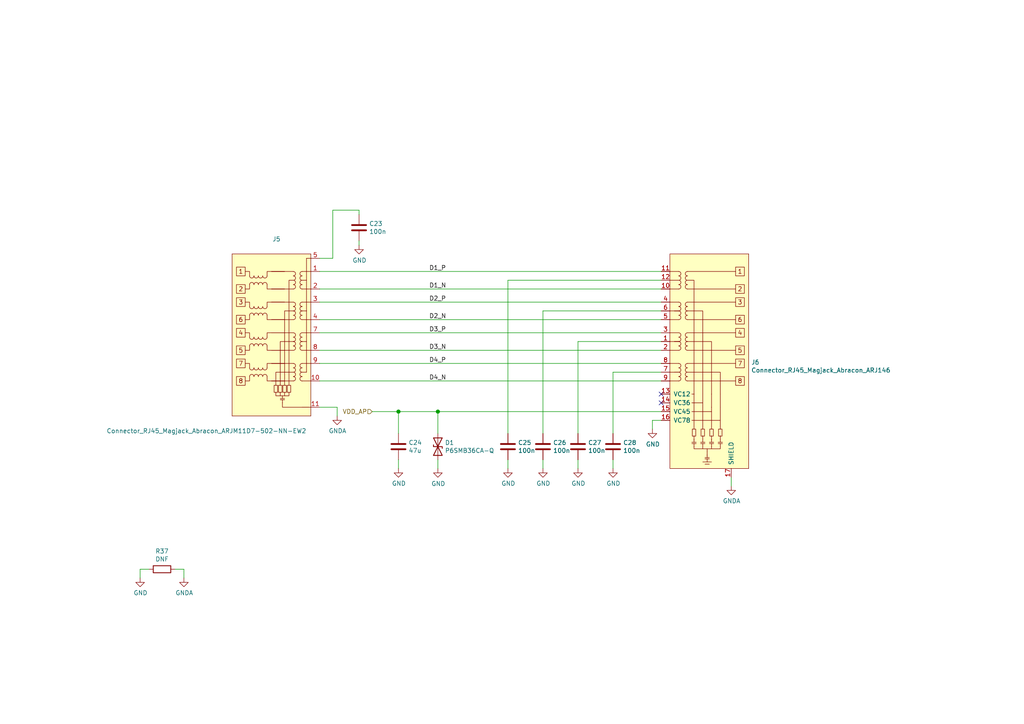
<source format=kicad_sch>
(kicad_sch (version 20210126) (generator eeschema)

  (paper "A4")

  (lib_symbols
    (symbol "Connector_WUT:Connector_RJ45_Magjack_Abracon_ARJ146" (pin_names (offset 1.016)) (in_bom yes) (on_board yes)
      (property "Reference" "J" (id 0) (at 7.62 19.05 0)
        (effects (font (size 1.27 1.27)))
      )
      (property "Value" "Connector_RJ45_Magjack_Abracon_ARJ146" (id 1) (at 11.43 -62.23 0)
        (effects (font (size 1.27 1.27)))
      )
      (property "Footprint" "Connector_WUT:Connector_RJ45_Magjack_Abracon_ARJ146" (id 2) (at 0 0 0)
        (effects (font (size 1.27 1.27)) hide)
      )
      (property "Datasheet" "" (id 3) (at 0 0 0)
        (effects (font (size 1.27 1.27)) hide)
      )
      (symbol "Connector_RJ45_Magjack_Abracon_ARJ146_0_1"
        (polyline
          (pts
            (xy -8.89 -16.51)
            (xy -11.43 -16.51)
          )
          (stroke (width 0)) (fill (type none))
        )
        (polyline
          (pts
            (xy -8.89 -7.62)
            (xy -11.43 -7.62)
          )
          (stroke (width 0)) (fill (type none))
        )
        (polyline
          (pts
            (xy -8.89 1.27)
            (xy -11.43 1.27)
          )
          (stroke (width 0)) (fill (type none))
        )
        (polyline
          (pts
            (xy -8.89 10.16)
            (xy -12.7 10.16)
          )
          (stroke (width 0)) (fill (type none))
        )
        (polyline
          (pts
            (xy -6.35 -19.05)
            (xy 7.62 -19.05)
          )
          (stroke (width 0)) (fill (type none))
        )
        (polyline
          (pts
            (xy -6.35 -13.97)
            (xy 7.62 -13.97)
          )
          (stroke (width 0)) (fill (type none))
        )
        (polyline
          (pts
            (xy -6.35 -10.16)
            (xy 7.62 -10.16)
          )
          (stroke (width 0)) (fill (type none))
        )
        (polyline
          (pts
            (xy -6.35 -5.08)
            (xy 7.62 -5.08)
          )
          (stroke (width 0)) (fill (type none))
        )
        (polyline
          (pts
            (xy -6.35 -1.27)
            (xy 7.62 -1.27)
          )
          (stroke (width 0)) (fill (type none))
        )
        (polyline
          (pts
            (xy -6.35 3.81)
            (xy 7.62 3.81)
          )
          (stroke (width 0)) (fill (type none))
        )
        (polyline
          (pts
            (xy -6.35 7.62)
            (xy 7.62 7.62)
          )
          (stroke (width 0)) (fill (type none))
        )
        (polyline
          (pts
            (xy -6.35 12.7)
            (xy 7.62 12.7)
          )
          (stroke (width 0)) (fill (type none))
        )
        (polyline
          (pts
            (xy -5.715 10.16)
            (xy -6.35 10.16)
          )
          (stroke (width 0)) (fill (type none))
        )
        (polyline
          (pts
            (xy -5.08 -30.48)
            (xy 3.175 -30.48)
          )
          (stroke (width 0)) (fill (type none))
        )
        (polyline
          (pts
            (xy -5.08 -27.94)
            (xy 0.635 -27.94)
          )
          (stroke (width 0)) (fill (type none))
        )
        (polyline
          (pts
            (xy -5.08 -25.4)
            (xy -1.905 -25.4)
          )
          (stroke (width 0)) (fill (type none))
        )
        (polyline
          (pts
            (xy -4.445 -36.195)
            (xy -4.445 -34.925)
          )
          (stroke (width 0)) (fill (type none))
        )
        (polyline
          (pts
            (xy -4.445 -33.02)
            (xy -4.445 -25.4)
          )
          (stroke (width 0)) (fill (type none))
        )
        (polyline
          (pts
            (xy -4.445 -22.86)
            (xy -5.08 -22.86)
          )
          (stroke (width 0)) (fill (type none))
        )
        (polyline
          (pts
            (xy -4.445 -22.86)
            (xy -4.445 -25.4)
          )
          (stroke (width 0)) (fill (type none))
        )
        (polyline
          (pts
            (xy -1.905 -42.545)
            (xy 0.635 -42.545)
          )
          (stroke (width 0)) (fill (type none))
        )
        (polyline
          (pts
            (xy -1.905 -38.1)
            (xy -1.905 -38.735)
          )
          (stroke (width 0)) (fill (type none))
        )
        (polyline
          (pts
            (xy -1.905 -26.67)
            (xy -1.905 -33.02)
          )
          (stroke (width 0)) (fill (type none))
        )
        (polyline
          (pts
            (xy -1.905 -22.86)
            (xy -1.905 -26.67)
          )
          (stroke (width 0)) (fill (type none))
        )
        (polyline
          (pts
            (xy -1.27 -43.18)
            (xy 0 -43.18)
          )
          (stroke (width 0)) (fill (type none))
        )
        (polyline
          (pts
            (xy -0.635 -39.37)
            (xy -0.635 -38.735)
          )
          (stroke (width 0)) (fill (type none))
        )
        (polyline
          (pts
            (xy 0.635 -38.1)
            (xy 0.635 -38.735)
          )
          (stroke (width 0)) (fill (type none))
        )
        (polyline
          (pts
            (xy 0.635 -26.67)
            (xy 0.635 -33.02)
          )
          (stroke (width 0)) (fill (type none))
        )
        (polyline
          (pts
            (xy 0.635 -22.86)
            (xy 0.635 -26.67)
          )
          (stroke (width 0)) (fill (type none))
        )
        (polyline
          (pts
            (xy 3.175 -26.67)
            (xy 3.175 -33.02)
          )
          (stroke (width 0)) (fill (type none))
        )
        (polyline
          (pts
            (xy 3.175 -22.86)
            (xy 3.175 -26.67)
          )
          (stroke (width 0)) (fill (type none))
        )
        (polyline
          (pts
            (xy -4.445 -22.86)
            (xy -4.445 10.16)
            (xy -5.715 10.16)
          )
          (stroke (width 0)) (fill (type none))
        )
        (polyline
          (pts
            (xy -1.905 -22.86)
            (xy -1.905 1.27)
            (xy -6.35 1.27)
          )
          (stroke (width 0)) (fill (type none))
        )
        (polyline
          (pts
            (xy 0.635 -22.86)
            (xy 0.635 -7.62)
            (xy -6.35 -7.62)
          )
          (stroke (width 0)) (fill (type none))
        )
        (polyline
          (pts
            (xy 3.175 -22.86)
            (xy 3.175 -16.51)
            (xy -6.35 -16.51)
          )
          (stroke (width 0)) (fill (type none))
        )
        (polyline
          (pts
            (xy -4.445 -38.1)
            (xy -4.445 -38.735)
            (xy 3.175 -38.735)
            (xy 3.175 -38.1)
          )
          (stroke (width 0)) (fill (type none))
        )
      )
      (symbol "Connector_RJ45_Magjack_Abracon_ARJ146_1_1"
        (arc (start -8.89 -19.05) (end -8.89 -17.78) (radius (at -8.89 -18.415) (length 0.635) (angles -89.9 89.9))
          (stroke (width 0)) (fill (type none))
        )
        (arc (start -8.89 -17.78) (end -8.89 -16.51) (radius (at -8.89 -17.145) (length 0.635) (angles -89.9 89.9))
          (stroke (width 0)) (fill (type none))
        )
        (arc (start -8.89 -16.51) (end -8.89 -15.24) (radius (at -8.89 -15.875) (length 0.635) (angles -89.9 89.9))
          (stroke (width 0)) (fill (type none))
        )
        (arc (start -8.89 -15.24) (end -8.89 -13.97) (radius (at -8.89 -14.605) (length 0.635) (angles -89.9 89.9))
          (stroke (width 0)) (fill (type none))
        )
        (arc (start -8.89 -10.16) (end -8.89 -8.89) (radius (at -8.89 -9.525) (length 0.635) (angles -89.9 89.9))
          (stroke (width 0)) (fill (type none))
        )
        (arc (start -8.89 -8.89) (end -8.89 -7.62) (radius (at -8.89 -8.255) (length 0.635) (angles -89.9 89.9))
          (stroke (width 0)) (fill (type none))
        )
        (arc (start -8.89 -7.62) (end -8.89 -6.35) (radius (at -8.89 -6.985) (length 0.635) (angles -89.9 89.9))
          (stroke (width 0)) (fill (type none))
        )
        (arc (start -8.89 -6.35) (end -8.89 -5.08) (radius (at -8.89 -5.715) (length 0.635) (angles -89.9 89.9))
          (stroke (width 0)) (fill (type none))
        )
        (arc (start -8.89 -1.27) (end -8.89 0) (radius (at -8.89 -0.635) (length 0.635) (angles -89.9 89.9))
          (stroke (width 0)) (fill (type none))
        )
        (arc (start -8.89 0) (end -8.89 1.27) (radius (at -8.89 0.635) (length 0.635) (angles -89.9 89.9))
          (stroke (width 0)) (fill (type none))
        )
        (arc (start -8.89 1.27) (end -8.89 2.54) (radius (at -8.89 1.905) (length 0.635) (angles -89.9 89.9))
          (stroke (width 0)) (fill (type none))
        )
        (arc (start -8.89 2.54) (end -8.89 3.81) (radius (at -8.89 3.175) (length 0.635) (angles -89.9 89.9))
          (stroke (width 0)) (fill (type none))
        )
        (arc (start -8.89 7.62) (end -8.89 8.89) (radius (at -8.89 8.255) (length 0.635) (angles -89.9 89.9))
          (stroke (width 0)) (fill (type none))
        )
        (arc (start -8.89 8.89) (end -8.89 10.16) (radius (at -8.89 9.525) (length 0.635) (angles -89.9 89.9))
          (stroke (width 0)) (fill (type none))
        )
        (arc (start -8.89 10.16) (end -8.89 11.43) (radius (at -8.89 10.795) (length 0.635) (angles -89.9 89.9))
          (stroke (width 0)) (fill (type none))
        )
        (arc (start -8.89 11.43) (end -8.89 12.7) (radius (at -8.89 12.065) (length 0.635) (angles -89.9 89.9))
          (stroke (width 0)) (fill (type none))
        )
        (arc (start -6.35 -17.78) (end -6.35 -19.05) (radius (at -6.35 -18.415) (length 0.635) (angles 90.1 -90.1))
          (stroke (width 0)) (fill (type none))
        )
        (arc (start -6.35 -16.51) (end -6.35 -17.78) (radius (at -6.35 -17.145) (length 0.635) (angles 90.1 -90.1))
          (stroke (width 0)) (fill (type none))
        )
        (arc (start -6.35 -15.24) (end -6.35 -16.51) (radius (at -6.35 -15.875) (length 0.635) (angles 90.1 -90.1))
          (stroke (width 0)) (fill (type none))
        )
        (arc (start -6.35 -13.97) (end -6.35 -15.24) (radius (at -6.35 -14.605) (length 0.635) (angles 90.1 -90.1))
          (stroke (width 0)) (fill (type none))
        )
        (arc (start -6.35 -8.89) (end -6.35 -10.16) (radius (at -6.35 -9.525) (length 0.635) (angles 90.1 -90.1))
          (stroke (width 0)) (fill (type none))
        )
        (arc (start -6.35 -7.62) (end -6.35 -8.89) (radius (at -6.35 -8.255) (length 0.635) (angles 90.1 -90.1))
          (stroke (width 0)) (fill (type none))
        )
        (arc (start -6.35 -6.35) (end -6.35 -7.62) (radius (at -6.35 -6.985) (length 0.635) (angles 90.1 -90.1))
          (stroke (width 0)) (fill (type none))
        )
        (arc (start -6.35 -5.08) (end -6.35 -6.35) (radius (at -6.35 -5.715) (length 0.635) (angles 90.1 -90.1))
          (stroke (width 0)) (fill (type none))
        )
        (arc (start -6.35 0) (end -6.35 -1.27) (radius (at -6.35 -0.635) (length 0.635) (angles 90.1 -90.1))
          (stroke (width 0)) (fill (type none))
        )
        (arc (start -6.35 1.27) (end -6.35 0) (radius (at -6.35 0.635) (length 0.635) (angles 90.1 -90.1))
          (stroke (width 0)) (fill (type none))
        )
        (arc (start -6.35 2.54) (end -6.35 1.27) (radius (at -6.35 1.905) (length 0.635) (angles 90.1 -90.1))
          (stroke (width 0)) (fill (type none))
        )
        (arc (start -6.35 3.81) (end -6.35 2.54) (radius (at -6.35 3.175) (length 0.635) (angles 90.1 -90.1))
          (stroke (width 0)) (fill (type none))
        )
        (arc (start -6.35 8.89) (end -6.35 7.62) (radius (at -6.35 8.255) (length 0.635) (angles 90.1 -90.1))
          (stroke (width 0)) (fill (type none))
        )
        (arc (start -6.35 10.16) (end -6.35 8.89) (radius (at -6.35 9.525) (length 0.635) (angles 90.1 -90.1))
          (stroke (width 0)) (fill (type none))
        )
        (arc (start -6.35 11.43) (end -6.35 10.16) (radius (at -6.35 10.795) (length 0.635) (angles 90.1 -90.1))
          (stroke (width 0)) (fill (type none))
        )
        (arc (start -6.35 12.7) (end -6.35 11.43) (radius (at -6.35 12.065) (length 0.635) (angles 90.1 -90.1))
          (stroke (width 0)) (fill (type none))
        )
        (text "1" (at 8.89 12.7 0)
          (effects (font (size 1.27 1.27)))
        )
        (text "2" (at 8.89 7.62 0)
          (effects (font (size 1.27 1.27)))
        )
        (text "3" (at 8.89 3.81 0)
          (effects (font (size 1.27 1.27)))
        )
        (text "4" (at 8.89 -5.08 0)
          (effects (font (size 1.27 1.27)))
        )
        (text "5" (at 8.89 -10.16 0)
          (effects (font (size 1.27 1.27)))
        )
        (text "6" (at 8.89 -1.27 0)
          (effects (font (size 1.27 1.27)))
        )
        (text "7" (at 8.89 -13.97 0)
          (effects (font (size 1.27 1.27)))
        )
        (text "8" (at 8.89 -19.05 0)
          (effects (font (size 1.27 1.27)))
        )
        (rectangle (start -11.43 17.78) (end 11.43 -44.45)
          (stroke (width 0)) (fill (type background))
        )
        (rectangle (start -4.953 -33.02) (end -3.937 -35.052)
          (stroke (width 0)) (fill (type none))
        )
        (rectangle (start -2.413 -33.02) (end -1.397 -35.052)
          (stroke (width 0)) (fill (type none))
        )
        (rectangle (start 0.127 -33.02) (end 1.143 -35.052)
          (stroke (width 0)) (fill (type none))
        )
        (rectangle (start 2.667 -33.02) (end 3.683 -35.052)
          (stroke (width 0)) (fill (type none))
        )
        (rectangle (start 7.62 -17.78) (end 10.16 -20.32)
          (stroke (width 0)) (fill (type none))
        )
        (rectangle (start 7.62 -12.7) (end 10.16 -15.24)
          (stroke (width 0)) (fill (type none))
        )
        (rectangle (start 7.62 -8.89) (end 10.16 -11.43)
          (stroke (width 0)) (fill (type none))
        )
        (rectangle (start 7.62 -3.81) (end 10.16 -6.35)
          (stroke (width 0)) (fill (type none))
        )
        (rectangle (start 7.62 0) (end 10.16 -2.54)
          (stroke (width 0)) (fill (type none))
        )
        (rectangle (start 7.62 5.08) (end 10.16 2.54)
          (stroke (width 0)) (fill (type none))
        )
        (rectangle (start 7.62 8.89) (end 10.16 6.35)
          (stroke (width 0)) (fill (type none))
        )
        (rectangle (start 7.62 13.97) (end 10.16 11.43)
          (stroke (width 0)) (fill (type none))
        )
        (polyline
          (pts
            (xy -11.43 -19.05)
            (xy -8.89 -19.05)
          )
          (stroke (width 0)) (fill (type none))
        )
        (polyline
          (pts
            (xy -11.43 -13.97)
            (xy -8.89 -13.97)
          )
          (stroke (width 0)) (fill (type none))
        )
        (polyline
          (pts
            (xy -11.43 -10.16)
            (xy -8.89 -10.16)
          )
          (stroke (width 0)) (fill (type none))
        )
        (polyline
          (pts
            (xy -11.43 -5.08)
            (xy -8.89 -5.08)
          )
          (stroke (width 0)) (fill (type none))
        )
        (polyline
          (pts
            (xy -11.43 -1.27)
            (xy -8.89 -1.27)
          )
          (stroke (width 0)) (fill (type none))
        )
        (polyline
          (pts
            (xy -11.43 3.81)
            (xy -8.89 3.81)
          )
          (stroke (width 0)) (fill (type none))
        )
        (polyline
          (pts
            (xy -11.43 7.62)
            (xy -8.89 7.62)
          )
          (stroke (width 0)) (fill (type none))
        )
        (polyline
          (pts
            (xy -11.43 12.7)
            (xy -8.89 12.7)
          )
          (stroke (width 0)) (fill (type none))
        )
        (polyline
          (pts
            (xy -8.89 -16.51)
            (xy -10.16 -16.51)
          )
          (stroke (width 0)) (fill (type none))
        )
        (polyline
          (pts
            (xy -8.89 -7.62)
            (xy -10.16 -7.62)
          )
          (stroke (width 0)) (fill (type none))
        )
        (polyline
          (pts
            (xy -8.89 1.27)
            (xy -10.16 1.27)
          )
          (stroke (width 0)) (fill (type none))
        )
        (polyline
          (pts
            (xy -5.08 -37.211)
            (xy -3.81 -37.211)
          )
          (stroke (width 0)) (fill (type none))
        )
        (polyline
          (pts
            (xy -5.08 -36.83)
            (xy -3.81 -36.83)
          )
          (stroke (width 0)) (fill (type none))
        )
        (polyline
          (pts
            (xy -4.445 -37.211)
            (xy -4.445 -38.1)
          )
          (stroke (width 0)) (fill (type none))
        )
        (polyline
          (pts
            (xy -4.445 -36.068)
            (xy -4.445 -36.83)
          )
          (stroke (width 0)) (fill (type none))
        )
        (polyline
          (pts
            (xy -2.54 -37.211)
            (xy -1.27 -37.211)
          )
          (stroke (width 0)) (fill (type none))
        )
        (polyline
          (pts
            (xy -2.54 -36.83)
            (xy -1.27 -36.83)
          )
          (stroke (width 0)) (fill (type none))
        )
        (polyline
          (pts
            (xy -1.905 -37.211)
            (xy -1.905 -38.1)
          )
          (stroke (width 0)) (fill (type none))
        )
        (polyline
          (pts
            (xy -1.905 -36.195)
            (xy -1.905 -34.925)
          )
          (stroke (width 0)) (fill (type none))
        )
        (polyline
          (pts
            (xy -1.905 -36.068)
            (xy -1.905 -36.83)
          )
          (stroke (width 0)) (fill (type none))
        )
        (polyline
          (pts
            (xy -1.27 -41.656)
            (xy 0 -41.656)
          )
          (stroke (width 0)) (fill (type none))
        )
        (polyline
          (pts
            (xy -1.27 -41.275)
            (xy 0 -41.275)
          )
          (stroke (width 0)) (fill (type none))
        )
        (polyline
          (pts
            (xy -0.635 -41.656)
            (xy -0.635 -42.545)
          )
          (stroke (width 0)) (fill (type none))
        )
        (polyline
          (pts
            (xy -0.635 -40.64)
            (xy -0.635 -39.37)
          )
          (stroke (width 0)) (fill (type none))
        )
        (polyline
          (pts
            (xy -0.635 -40.513)
            (xy -0.635 -41.275)
          )
          (stroke (width 0)) (fill (type none))
        )
        (polyline
          (pts
            (xy 0 -37.211)
            (xy 1.27 -37.211)
          )
          (stroke (width 0)) (fill (type none))
        )
        (polyline
          (pts
            (xy 0 -36.83)
            (xy 1.27 -36.83)
          )
          (stroke (width 0)) (fill (type none))
        )
        (polyline
          (pts
            (xy 0.635 -37.211)
            (xy 0.635 -38.1)
          )
          (stroke (width 0)) (fill (type none))
        )
        (polyline
          (pts
            (xy 0.635 -36.195)
            (xy 0.635 -34.925)
          )
          (stroke (width 0)) (fill (type none))
        )
        (polyline
          (pts
            (xy 0.635 -36.068)
            (xy 0.635 -36.83)
          )
          (stroke (width 0)) (fill (type none))
        )
        (polyline
          (pts
            (xy 2.54 -37.211)
            (xy 3.81 -37.211)
          )
          (stroke (width 0)) (fill (type none))
        )
        (polyline
          (pts
            (xy 2.54 -36.83)
            (xy 3.81 -36.83)
          )
          (stroke (width 0)) (fill (type none))
        )
        (polyline
          (pts
            (xy 3.175 -37.211)
            (xy 3.175 -38.1)
          )
          (stroke (width 0)) (fill (type none))
        )
        (polyline
          (pts
            (xy 3.175 -36.195)
            (xy 3.175 -34.925)
          )
          (stroke (width 0)) (fill (type none))
        )
        (polyline
          (pts
            (xy 3.175 -36.068)
            (xy 3.175 -36.83)
          )
          (stroke (width 0)) (fill (type none))
        )
        (pin passive line (at -13.97 -7.62 0) (length 2.54)
          (name "~" (effects (font (size 1.27 1.27))))
          (number "1" (effects (font (size 1.27 1.27))))
        )
        (pin passive line (at -13.97 7.62 0) (length 2.54)
          (name "~" (effects (font (size 1.27 1.27))))
          (number "10" (effects (font (size 1.27 1.27))))
        )
        (pin passive line (at -13.97 12.7 0) (length 2.54)
          (name "~" (effects (font (size 1.27 1.27))))
          (number "11" (effects (font (size 1.27 1.27))))
        )
        (pin passive line (at -13.97 10.16 0) (length 2.54)
          (name "~" (effects (font (size 1.27 1.27))))
          (number "12" (effects (font (size 1.27 1.27))))
        )
        (pin passive line (at -13.97 -22.86 0) (length 2.54)
          (name "VC12" (effects (font (size 1.27 1.27))))
          (number "13" (effects (font (size 1.27 1.27))))
        )
        (pin passive line (at -13.97 -25.4 0) (length 2.54)
          (name "VC36" (effects (font (size 1.27 1.27))))
          (number "14" (effects (font (size 1.27 1.27))))
        )
        (pin passive line (at -13.97 -27.94 0) (length 2.54)
          (name "VC45" (effects (font (size 1.27 1.27))))
          (number "15" (effects (font (size 1.27 1.27))))
        )
        (pin passive line (at -13.97 -30.48 0) (length 2.54)
          (name "VC78" (effects (font (size 1.27 1.27))))
          (number "16" (effects (font (size 1.27 1.27))))
        )
        (pin passive line (at 6.35 -46.99 90) (length 2.54)
          (name "SHIELD" (effects (font (size 1.27 1.27))))
          (number "17" (effects (font (size 1.27 1.27))))
        )
        (pin passive line (at -13.97 -10.16 0) (length 2.54)
          (name "~" (effects (font (size 1.27 1.27))))
          (number "2" (effects (font (size 1.27 1.27))))
        )
        (pin passive line (at -13.97 -5.08 0) (length 2.54)
          (name "~" (effects (font (size 1.27 1.27))))
          (number "3" (effects (font (size 1.27 1.27))))
        )
        (pin passive line (at -13.97 3.81 0) (length 2.54)
          (name "~" (effects (font (size 1.27 1.27))))
          (number "4" (effects (font (size 1.27 1.27))))
        )
        (pin passive line (at -13.97 -1.27 0) (length 2.54)
          (name "~" (effects (font (size 1.27 1.27))))
          (number "5" (effects (font (size 1.27 1.27))))
        )
        (pin passive line (at -13.97 1.27 0) (length 2.54)
          (name "~" (effects (font (size 1.27 1.27))))
          (number "6" (effects (font (size 1.27 1.27))))
        )
        (pin passive line (at -13.97 -16.51 0) (length 2.54)
          (name "~" (effects (font (size 1.27 1.27))))
          (number "7" (effects (font (size 1.27 1.27))))
        )
        (pin passive line (at -13.97 -13.97 0) (length 2.54)
          (name "~" (effects (font (size 1.27 1.27))))
          (number "8" (effects (font (size 1.27 1.27))))
        )
        (pin passive line (at -13.97 -19.05 0) (length 2.54)
          (name "~" (effects (font (size 1.27 1.27))))
          (number "9" (effects (font (size 1.27 1.27))))
        )
      )
    )
    (symbol "Connector_WUT:Connector_RJ45_Magjack_Abracon_ARJM11D7-502-NN-EW2" (pin_names (offset 1.016)) (in_bom yes) (on_board yes)
      (property "Reference" "J" (id 0) (at 8.89 19.05 0)
        (effects (font (size 1.27 1.27)))
      )
      (property "Value" "Connector_RJ45_Magjack_Abracon_ARJM11D7-502-NN-EW2" (id 1) (at 22.86 -30.48 0)
        (effects (font (size 1.27 1.27)))
      )
      (property "Footprint" "Connector_WUT:Connector_RJ45_Magjack_Abracon_ARJM11D7-502-NN-EW2" (id 2) (at -7.62 0 0)
        (effects (font (size 1.27 1.27)) hide)
      )
      (property "Datasheet" "" (id 3) (at -7.62 0 0)
        (effects (font (size 1.27 1.27)) hide)
      )
      (symbol "Connector_RJ45_Magjack_Abracon_ARJM11D7-502-NN-EW2_0_0"
        (text "1" (at 8.89 12.7 0)
          (effects (font (size 1.27 1.27)))
        )
        (text "2" (at 8.89 7.62 0)
          (effects (font (size 1.27 1.27)))
        )
        (rectangle (start -5.588 -20.32) (end -4.572 -22.352)
          (stroke (width 0)) (fill (type none))
        )
        (rectangle (start -4.318 -20.32) (end -3.302 -22.352)
          (stroke (width 0)) (fill (type none))
        )
        (rectangle (start -3.048 -20.32) (end -2.032 -22.352)
          (stroke (width 0)) (fill (type none))
        )
        (rectangle (start -1.778 -20.32) (end -0.762 -22.352)
          (stroke (width 0)) (fill (type none))
        )
        (rectangle (start 7.62 8.89) (end 10.16 6.35)
          (stroke (width 0)) (fill (type none))
        )
        (polyline
          (pts
            (xy -11.43 -26.67)
            (xy -8.89 -26.67)
          )
          (stroke (width 0)) (fill (type none))
        )
        (polyline
          (pts
            (xy -10.16 1.27)
            (xy -10.16 -16.51)
          )
          (stroke (width 0)) (fill (type none))
        )
        (polyline
          (pts
            (xy -10.16 16.51)
            (xy -11.43 16.51)
          )
          (stroke (width 0)) (fill (type none))
        )
        (polyline
          (pts
            (xy -10.16 16.51)
            (xy -10.16 10.16)
          )
          (stroke (width 0)) (fill (type none))
        )
        (polyline
          (pts
            (xy -8.89 -16.51)
            (xy -10.16 -16.51)
          )
          (stroke (width 0)) (fill (type none))
        )
        (polyline
          (pts
            (xy -8.89 -7.62)
            (xy -10.16 -7.62)
          )
          (stroke (width 0)) (fill (type none))
        )
        (polyline
          (pts
            (xy -8.89 1.27)
            (xy -10.16 1.27)
          )
          (stroke (width 0)) (fill (type none))
        )
        (polyline
          (pts
            (xy -6.35 -19.05)
            (xy 0 -19.05)
          )
          (stroke (width 0)) (fill (type none))
        )
        (polyline
          (pts
            (xy -6.35 -13.97)
            (xy 0 -13.97)
          )
          (stroke (width 0)) (fill (type none))
        )
        (polyline
          (pts
            (xy -6.35 -10.16)
            (xy 0 -10.16)
          )
          (stroke (width 0)) (fill (type none))
        )
        (polyline
          (pts
            (xy -6.35 -5.08)
            (xy 0 -5.08)
          )
          (stroke (width 0)) (fill (type none))
        )
        (polyline
          (pts
            (xy -6.35 -1.27)
            (xy 0 -1.27)
          )
          (stroke (width 0)) (fill (type none))
        )
        (polyline
          (pts
            (xy -6.35 3.81)
            (xy 0 3.81)
          )
          (stroke (width 0)) (fill (type none))
        )
        (polyline
          (pts
            (xy -6.35 7.62)
            (xy 0 7.62)
          )
          (stroke (width 0)) (fill (type none))
        )
        (polyline
          (pts
            (xy -6.35 12.7)
            (xy 0 12.7)
          )
          (stroke (width 0)) (fill (type none))
        )
        (polyline
          (pts
            (xy -3.81 -24.511)
            (xy -2.54 -24.511)
          )
          (stroke (width 0)) (fill (type none))
        )
        (polyline
          (pts
            (xy -3.81 -24.13)
            (xy -2.54 -24.13)
          )
          (stroke (width 0)) (fill (type none))
        )
        (polyline
          (pts
            (xy -3.81 -22.352)
            (xy -3.81 -23.368)
          )
          (stroke (width 0)) (fill (type none))
        )
        (polyline
          (pts
            (xy -3.175 -24.511)
            (xy -3.175 -25.4)
          )
          (stroke (width 0)) (fill (type none))
        )
        (polyline
          (pts
            (xy -3.175 -23.368)
            (xy -3.175 -24.13)
          )
          (stroke (width 0)) (fill (type none))
        )
        (polyline
          (pts
            (xy -2.54 -22.352)
            (xy -2.54 -23.368)
          )
          (stroke (width 0)) (fill (type none))
        )
        (polyline
          (pts
            (xy -8.89 10.16)
            (xy -10.16 10.16)
            (xy -10.16 1.27)
          )
          (stroke (width 0)) (fill (type none))
        )
        (polyline
          (pts
            (xy -6.35 -16.51)
            (xy -1.27 -16.51)
            (xy -1.27 -20.32)
          )
          (stroke (width 0)) (fill (type none))
        )
        (polyline
          (pts
            (xy -6.35 -7.62)
            (xy -2.54 -7.62)
            (xy -2.54 -20.32)
          )
          (stroke (width 0)) (fill (type none))
        )
        (polyline
          (pts
            (xy -6.35 1.27)
            (xy -3.81 1.27)
            (xy -3.81 -20.32)
          )
          (stroke (width 0)) (fill (type none))
        )
        (polyline
          (pts
            (xy -6.35 10.16)
            (xy -5.08 10.16)
            (xy -5.08 -20.32)
          )
          (stroke (width 0)) (fill (type none))
        )
        (polyline
          (pts
            (xy -3.175 -25.4)
            (xy -3.175 -26.67)
            (xy -10.795 -26.67)
          )
          (stroke (width 0)) (fill (type none))
        )
        (polyline
          (pts
            (xy -5.08 -22.352)
            (xy -5.08 -23.368)
            (xy -1.27 -23.368)
            (xy -1.27 -22.352)
          )
          (stroke (width 0)) (fill (type none))
        )
      )
      (symbol "Connector_RJ45_Magjack_Abracon_ARJM11D7-502-NN-EW2_0_1"
        (arc (start -6.35 8.89) (end -6.35 7.62) (radius (at -6.35 8.255) (length 0.635) (angles 90.1 -90.1))
          (stroke (width 0)) (fill (type none))
        )
        (arc (start -6.35 10.16) (end -6.35 8.89) (radius (at -6.35 9.525) (length 0.635) (angles 90.1 -90.1))
          (stroke (width 0)) (fill (type none))
        )
        (arc (start -6.35 11.43) (end -6.35 10.16) (radius (at -6.35 10.795) (length 0.635) (angles 90.1 -90.1))
          (stroke (width 0)) (fill (type none))
        )
        (arc (start -6.35 12.7) (end -6.35 11.43) (radius (at -6.35 12.065) (length 0.635) (angles 90.1 -90.1))
          (stroke (width 0)) (fill (type none))
        )
        (rectangle (start 7.62 13.97) (end 10.16 11.43)
          (stroke (width 0)) (fill (type none))
        )
        (rectangle (start -11.43 17.78) (end 11.43 -29.21)
          (stroke (width 0)) (fill (type background))
        )
        (polyline
          (pts
            (xy -11.43 7.62)
            (xy -8.89 7.62)
          )
          (stroke (width 0)) (fill (type none))
        )
        (polyline
          (pts
            (xy -11.43 12.7)
            (xy -8.89 12.7)
          )
          (stroke (width 0)) (fill (type none))
        )
        (polyline
          (pts
            (xy -3.81 7.62)
            (xy 1.27 7.62)
            (xy 1.27 8.89)
          )
          (stroke (width 0)) (fill (type none))
        )
        (polyline
          (pts
            (xy -3.81 12.7)
            (xy 1.27 12.7)
            (xy 1.27 11.43)
          )
          (stroke (width 0)) (fill (type none))
        )
        (polyline
          (pts
            (xy 6.35 8.89)
            (xy 6.35 7.62)
            (xy 7.62 7.62)
          )
          (stroke (width 0)) (fill (type none))
        )
        (polyline
          (pts
            (xy 6.35 11.43)
            (xy 6.35 12.7)
            (xy 7.62 12.7)
          )
          (stroke (width 0)) (fill (type none))
        )
      )
      (symbol "Connector_RJ45_Magjack_Abracon_ARJM11D7-502-NN-EW2_1_1"
        (arc (start -8.89 -19.05) (end -8.89 -17.78) (radius (at -8.89 -18.415) (length 0.635) (angles -89.9 89.9))
          (stroke (width 0)) (fill (type none))
        )
        (arc (start -8.89 -17.78) (end -8.89 -16.51) (radius (at -8.89 -17.145) (length 0.635) (angles -89.9 89.9))
          (stroke (width 0)) (fill (type none))
        )
        (arc (start -8.89 -16.51) (end -8.89 -15.24) (radius (at -8.89 -15.875) (length 0.635) (angles -89.9 89.9))
          (stroke (width 0)) (fill (type none))
        )
        (arc (start -8.89 -15.24) (end -8.89 -13.97) (radius (at -8.89 -14.605) (length 0.635) (angles -89.9 89.9))
          (stroke (width 0)) (fill (type none))
        )
        (arc (start -8.89 -10.16) (end -8.89 -8.89) (radius (at -8.89 -9.525) (length 0.635) (angles -89.9 89.9))
          (stroke (width 0)) (fill (type none))
        )
        (arc (start -8.89 -8.89) (end -8.89 -7.62) (radius (at -8.89 -8.255) (length 0.635) (angles -89.9 89.9))
          (stroke (width 0)) (fill (type none))
        )
        (arc (start -8.89 -7.62) (end -8.89 -6.35) (radius (at -8.89 -6.985) (length 0.635) (angles -89.9 89.9))
          (stroke (width 0)) (fill (type none))
        )
        (arc (start -8.89 -6.35) (end -8.89 -5.08) (radius (at -8.89 -5.715) (length 0.635) (angles -89.9 89.9))
          (stroke (width 0)) (fill (type none))
        )
        (arc (start -8.89 -1.27) (end -8.89 0) (radius (at -8.89 -0.635) (length 0.635) (angles -89.9 89.9))
          (stroke (width 0)) (fill (type none))
        )
        (arc (start -8.89 0) (end -8.89 1.27) (radius (at -8.89 0.635) (length 0.635) (angles -89.9 89.9))
          (stroke (width 0)) (fill (type none))
        )
        (arc (start -8.89 1.27) (end -8.89 2.54) (radius (at -8.89 1.905) (length 0.635) (angles -89.9 89.9))
          (stroke (width 0)) (fill (type none))
        )
        (arc (start -8.89 2.54) (end -8.89 3.81) (radius (at -8.89 3.175) (length 0.635) (angles -89.9 89.9))
          (stroke (width 0)) (fill (type none))
        )
        (arc (start -8.89 7.62) (end -8.89 8.89) (radius (at -8.89 8.255) (length 0.635) (angles -89.9 89.9))
          (stroke (width 0)) (fill (type none))
        )
        (arc (start -8.89 8.89) (end -8.89 10.16) (radius (at -8.89 9.525) (length 0.635) (angles -89.9 89.9))
          (stroke (width 0)) (fill (type none))
        )
        (arc (start -8.89 10.16) (end -8.89 11.43) (radius (at -8.89 10.795) (length 0.635) (angles -89.9 89.9))
          (stroke (width 0)) (fill (type none))
        )
        (arc (start -8.89 11.43) (end -8.89 12.7) (radius (at -8.89 12.065) (length 0.635) (angles -89.9 89.9))
          (stroke (width 0)) (fill (type none))
        )
        (arc (start -6.35 -17.78) (end -6.35 -19.05) (radius (at -6.35 -18.415) (length 0.635) (angles 90.1 -90.1))
          (stroke (width 0)) (fill (type none))
        )
        (arc (start -6.35 -16.51) (end -6.35 -17.78) (radius (at -6.35 -17.145) (length 0.635) (angles 90.1 -90.1))
          (stroke (width 0)) (fill (type none))
        )
        (arc (start -6.35 -15.24) (end -6.35 -16.51) (radius (at -6.35 -15.875) (length 0.635) (angles 90.1 -90.1))
          (stroke (width 0)) (fill (type none))
        )
        (arc (start -6.35 -13.97) (end -6.35 -15.24) (radius (at -6.35 -14.605) (length 0.635) (angles 90.1 -90.1))
          (stroke (width 0)) (fill (type none))
        )
        (arc (start -6.35 -8.89) (end -6.35 -10.16) (radius (at -6.35 -9.525) (length 0.635) (angles 90.1 -90.1))
          (stroke (width 0)) (fill (type none))
        )
        (arc (start -6.35 -7.62) (end -6.35 -8.89) (radius (at -6.35 -8.255) (length 0.635) (angles 90.1 -90.1))
          (stroke (width 0)) (fill (type none))
        )
        (arc (start -6.35 -6.35) (end -6.35 -7.62) (radius (at -6.35 -6.985) (length 0.635) (angles 90.1 -90.1))
          (stroke (width 0)) (fill (type none))
        )
        (arc (start -6.35 -5.08) (end -6.35 -6.35) (radius (at -6.35 -5.715) (length 0.635) (angles 90.1 -90.1))
          (stroke (width 0)) (fill (type none))
        )
        (arc (start -6.35 0) (end -6.35 -1.27) (radius (at -6.35 -0.635) (length 0.635) (angles 90.1 -90.1))
          (stroke (width 0)) (fill (type none))
        )
        (arc (start -6.35 1.27) (end -6.35 0) (radius (at -6.35 0.635) (length 0.635) (angles 90.1 -90.1))
          (stroke (width 0)) (fill (type none))
        )
        (arc (start -6.35 2.54) (end -6.35 1.27) (radius (at -6.35 1.905) (length 0.635) (angles 90.1 -90.1))
          (stroke (width 0)) (fill (type none))
        )
        (arc (start -6.35 3.81) (end -6.35 2.54) (radius (at -6.35 3.175) (length 0.635) (angles 90.1 -90.1))
          (stroke (width 0)) (fill (type none))
        )
        (arc (start 2.54 -17.78) (end 1.27 -17.78) (radius (at 1.905 -17.78) (length 0.635) (angles 0.1 179.9))
          (stroke (width 0)) (fill (type none))
        )
        (arc (start 1.27 -15.24) (end 2.54 -15.24) (radius (at 1.905 -15.24) (length 0.635) (angles -179.9 -0.1))
          (stroke (width 0)) (fill (type none))
        )
        (arc (start 2.54 -8.89) (end 1.27 -8.89) (radius (at 1.905 -8.89) (length 0.635) (angles 0.1 179.9))
          (stroke (width 0)) (fill (type none))
        )
        (arc (start 1.27 -6.35) (end 2.54 -6.35) (radius (at 1.905 -6.35) (length 0.635) (angles -179.9 -0.1))
          (stroke (width 0)) (fill (type none))
        )
        (arc (start 2.54 0) (end 1.27 0) (radius (at 1.905 0) (length 0.635) (angles 0.1 179.9))
          (stroke (width 0)) (fill (type none))
        )
        (arc (start 1.27 2.54) (end 2.54 2.54) (radius (at 1.905 2.54) (length 0.635) (angles -179.9 -0.1))
          (stroke (width 0)) (fill (type none))
        )
        (arc (start 2.54 8.89) (end 1.27 8.89) (radius (at 1.905 8.89) (length 0.635) (angles 0.1 179.9))
          (stroke (width 0)) (fill (type none))
        )
        (arc (start 1.27 11.43) (end 2.54 11.43) (radius (at 1.905 11.43) (length 0.635) (angles -179.9 -0.1))
          (stroke (width 0)) (fill (type none))
        )
        (arc (start 3.81 -17.78) (end 2.54 -17.78) (radius (at 3.175 -17.78) (length 0.635) (angles 0.1 179.9))
          (stroke (width 0)) (fill (type none))
        )
        (arc (start 2.54 -15.24) (end 3.81 -15.24) (radius (at 3.175 -15.24) (length 0.635) (angles -179.9 -0.1))
          (stroke (width 0)) (fill (type none))
        )
        (arc (start 3.81 -8.89) (end 2.54 -8.89) (radius (at 3.175 -8.89) (length 0.635) (angles 0.1 179.9))
          (stroke (width 0)) (fill (type none))
        )
        (arc (start 2.54 -6.35) (end 3.81 -6.35) (radius (at 3.175 -6.35) (length 0.635) (angles -179.9 -0.1))
          (stroke (width 0)) (fill (type none))
        )
        (arc (start 3.81 0) (end 2.54 0) (radius (at 3.175 0) (length 0.635) (angles 0.1 179.9))
          (stroke (width 0)) (fill (type none))
        )
        (arc (start 2.54 2.54) (end 3.81 2.54) (radius (at 3.175 2.54) (length 0.635) (angles -179.9 -0.1))
          (stroke (width 0)) (fill (type none))
        )
        (arc (start 3.81 8.89) (end 2.54 8.89) (radius (at 3.175 8.89) (length 0.635) (angles 0.1 179.9))
          (stroke (width 0)) (fill (type none))
        )
        (arc (start 2.54 11.43) (end 3.81 11.43) (radius (at 3.175 11.43) (length 0.635) (angles -179.9 -0.1))
          (stroke (width 0)) (fill (type none))
        )
        (arc (start 5.08 -17.78) (end 3.81 -17.78) (radius (at 4.445 -17.78) (length 0.635) (angles 0.1 179.9))
          (stroke (width 0)) (fill (type none))
        )
        (arc (start 3.81 -15.24) (end 5.08 -15.24) (radius (at 4.445 -15.24) (length 0.635) (angles -179.9 -0.1))
          (stroke (width 0)) (fill (type none))
        )
        (arc (start 5.08 -8.89) (end 3.81 -8.89) (radius (at 4.445 -8.89) (length 0.635) (angles 0.1 179.9))
          (stroke (width 0)) (fill (type none))
        )
        (arc (start 3.81 -6.35) (end 5.08 -6.35) (radius (at 4.445 -6.35) (length 0.635) (angles -179.9 -0.1))
          (stroke (width 0)) (fill (type none))
        )
        (arc (start 5.08 0) (end 3.81 0) (radius (at 4.445 0) (length 0.635) (angles 0.1 179.9))
          (stroke (width 0)) (fill (type none))
        )
        (arc (start 3.81 2.54) (end 5.08 2.54) (radius (at 4.445 2.54) (length 0.635) (angles -179.9 -0.1))
          (stroke (width 0)) (fill (type none))
        )
        (arc (start 5.08 8.89) (end 3.81 8.89) (radius (at 4.445 8.89) (length 0.635) (angles 0.1 179.9))
          (stroke (width 0)) (fill (type none))
        )
        (arc (start 3.81 11.43) (end 5.08 11.43) (radius (at 4.445 11.43) (length 0.635) (angles -179.9 -0.1))
          (stroke (width 0)) (fill (type none))
        )
        (arc (start 6.35 -17.78) (end 5.08 -17.78) (radius (at 5.715 -17.78) (length 0.635) (angles 0.1 179.9))
          (stroke (width 0)) (fill (type none))
        )
        (arc (start 5.08 -15.24) (end 6.35 -15.24) (radius (at 5.715 -15.24) (length 0.635) (angles -179.9 -0.1))
          (stroke (width 0)) (fill (type none))
        )
        (arc (start 6.35 -8.89) (end 5.08 -8.89) (radius (at 5.715 -8.89) (length 0.635) (angles 0.1 179.9))
          (stroke (width 0)) (fill (type none))
        )
        (arc (start 5.08 -6.35) (end 6.35 -6.35) (radius (at 5.715 -6.35) (length 0.635) (angles -179.9 -0.1))
          (stroke (width 0)) (fill (type none))
        )
        (arc (start 6.35 0) (end 5.08 0) (radius (at 5.715 0) (length 0.635) (angles 0.1 179.9))
          (stroke (width 0)) (fill (type none))
        )
        (arc (start 5.08 2.54) (end 6.35 2.54) (radius (at 5.715 2.54) (length 0.635) (angles -179.9 -0.1))
          (stroke (width 0)) (fill (type none))
        )
        (arc (start 6.35 8.89) (end 5.08 8.89) (radius (at 5.715 8.89) (length 0.635) (angles 0.1 179.9))
          (stroke (width 0)) (fill (type none))
        )
        (arc (start 5.08 11.43) (end 6.35 11.43) (radius (at 5.715 11.43) (length 0.635) (angles -179.9 -0.1))
          (stroke (width 0)) (fill (type none))
        )
        (text "3" (at 8.89 3.81 0)
          (effects (font (size 1.27 1.27)))
        )
        (text "4" (at 8.89 -5.08 0)
          (effects (font (size 1.27 1.27)))
        )
        (text "5" (at 8.89 -10.16 0)
          (effects (font (size 1.27 1.27)))
        )
        (text "6" (at 8.89 -1.27 0)
          (effects (font (size 1.27 1.27)))
        )
        (text "7" (at 8.89 -13.97 0)
          (effects (font (size 1.27 1.27)))
        )
        (text "8" (at 8.89 -19.05 0)
          (effects (font (size 1.27 1.27)))
        )
        (rectangle (start 7.62 -17.78) (end 10.16 -20.32)
          (stroke (width 0)) (fill (type none))
        )
        (rectangle (start 7.62 -12.7) (end 10.16 -15.24)
          (stroke (width 0)) (fill (type none))
        )
        (rectangle (start 7.62 -8.89) (end 10.16 -11.43)
          (stroke (width 0)) (fill (type none))
        )
        (rectangle (start 7.62 -3.81) (end 10.16 -6.35)
          (stroke (width 0)) (fill (type none))
        )
        (rectangle (start 7.62 0) (end 10.16 -2.54)
          (stroke (width 0)) (fill (type none))
        )
        (rectangle (start 7.62 5.08) (end 10.16 2.54)
          (stroke (width 0)) (fill (type none))
        )
        (polyline
          (pts
            (xy -11.43 -19.05)
            (xy -8.89 -19.05)
          )
          (stroke (width 0)) (fill (type none))
        )
        (polyline
          (pts
            (xy -11.43 -13.97)
            (xy -8.89 -13.97)
          )
          (stroke (width 0)) (fill (type none))
        )
        (polyline
          (pts
            (xy -11.43 -10.16)
            (xy -8.89 -10.16)
          )
          (stroke (width 0)) (fill (type none))
        )
        (polyline
          (pts
            (xy -11.43 -5.08)
            (xy -8.89 -5.08)
          )
          (stroke (width 0)) (fill (type none))
        )
        (polyline
          (pts
            (xy -11.43 -1.27)
            (xy -8.89 -1.27)
          )
          (stroke (width 0)) (fill (type none))
        )
        (polyline
          (pts
            (xy -11.43 3.81)
            (xy -8.89 3.81)
          )
          (stroke (width 0)) (fill (type none))
        )
        (polyline
          (pts
            (xy -3.81 -19.05)
            (xy 1.27 -19.05)
            (xy 1.27 -17.78)
          )
          (stroke (width 0)) (fill (type none))
        )
        (polyline
          (pts
            (xy -3.81 -13.97)
            (xy 1.27 -13.97)
            (xy 1.27 -15.24)
          )
          (stroke (width 0)) (fill (type none))
        )
        (polyline
          (pts
            (xy -3.81 -10.16)
            (xy 1.27 -10.16)
            (xy 1.27 -8.89)
          )
          (stroke (width 0)) (fill (type none))
        )
        (polyline
          (pts
            (xy -3.81 -5.08)
            (xy 1.27 -5.08)
            (xy 1.27 -6.35)
          )
          (stroke (width 0)) (fill (type none))
        )
        (polyline
          (pts
            (xy -3.81 -1.27)
            (xy 1.27 -1.27)
            (xy 1.27 0)
          )
          (stroke (width 0)) (fill (type none))
        )
        (polyline
          (pts
            (xy -3.81 3.81)
            (xy 1.27 3.81)
            (xy 1.27 2.54)
          )
          (stroke (width 0)) (fill (type none))
        )
        (polyline
          (pts
            (xy 6.35 -17.78)
            (xy 6.35 -19.05)
            (xy 7.62 -19.05)
          )
          (stroke (width 0)) (fill (type none))
        )
        (polyline
          (pts
            (xy 6.35 -15.24)
            (xy 6.35 -13.97)
            (xy 7.62 -13.97)
          )
          (stroke (width 0)) (fill (type none))
        )
        (polyline
          (pts
            (xy 6.35 -8.89)
            (xy 6.35 -10.16)
            (xy 7.62 -10.16)
          )
          (stroke (width 0)) (fill (type none))
        )
        (polyline
          (pts
            (xy 6.35 -6.35)
            (xy 6.35 -5.08)
            (xy 7.62 -5.08)
          )
          (stroke (width 0)) (fill (type none))
        )
        (polyline
          (pts
            (xy 6.35 0)
            (xy 6.35 -1.27)
            (xy 7.62 -1.27)
          )
          (stroke (width 0)) (fill (type none))
        )
        (polyline
          (pts
            (xy 6.35 2.54)
            (xy 6.35 3.81)
            (xy 7.62 3.81)
          )
          (stroke (width 0)) (fill (type none))
        )
        (pin passive line (at -13.97 12.7 0) (length 2.54)
          (name "~" (effects (font (size 1.27 1.27))))
          (number "1" (effects (font (size 1.27 1.27))))
        )
        (pin passive line (at -13.97 -19.05 0) (length 2.54)
          (name "~" (effects (font (size 1.27 1.27))))
          (number "10" (effects (font (size 1.27 1.27))))
        )
        (pin passive line (at -13.97 -26.67 0) (length 2.54)
          (name "~" (effects (font (size 1.27 1.27))))
          (number "11" (effects (font (size 1.27 1.27))))
        )
        (pin passive line (at -13.97 7.62 0) (length 2.54)
          (name "~" (effects (font (size 1.27 1.27))))
          (number "2" (effects (font (size 1.27 1.27))))
        )
        (pin passive line (at -13.97 3.81 0) (length 2.54)
          (name "~" (effects (font (size 1.27 1.27))))
          (number "3" (effects (font (size 1.27 1.27))))
        )
        (pin passive line (at -13.97 -1.27 0) (length 2.54)
          (name "~" (effects (font (size 1.27 1.27))))
          (number "4" (effects (font (size 1.27 1.27))))
        )
        (pin passive line (at -13.97 16.51 0) (length 2.54)
          (name "~" (effects (font (size 1.27 1.27))))
          (number "5" (effects (font (size 1.27 1.27))))
        )
        (pin passive line (at -13.97 16.51 0) (length 2.54) hide
          (name "~" (effects (font (size 1.27 1.27))))
          (number "6" (effects (font (size 1.27 1.27))))
        )
        (pin passive line (at -13.97 -5.08 0) (length 2.54)
          (name "~" (effects (font (size 1.27 1.27))))
          (number "7" (effects (font (size 1.27 1.27))))
        )
        (pin passive line (at -13.97 -10.16 0) (length 2.54)
          (name "~" (effects (font (size 1.27 1.27))))
          (number "8" (effects (font (size 1.27 1.27))))
        )
        (pin passive line (at -13.97 -13.97 0) (length 2.54)
          (name "~" (effects (font (size 1.27 1.27))))
          (number "9" (effects (font (size 1.27 1.27))))
        )
      )
    )
    (symbol "Device:C" (pin_numbers hide) (pin_names (offset 0.254)) (in_bom yes) (on_board yes)
      (property "Reference" "C" (id 0) (at 0.635 2.54 0)
        (effects (font (size 1.27 1.27)) (justify left))
      )
      (property "Value" "C" (id 1) (at 0.635 -2.54 0)
        (effects (font (size 1.27 1.27)) (justify left))
      )
      (property "Footprint" "" (id 2) (at 0.9652 -3.81 0)
        (effects (font (size 1.27 1.27)) hide)
      )
      (property "Datasheet" "~" (id 3) (at 0 0 0)
        (effects (font (size 1.27 1.27)) hide)
      )
      (property "ki_keywords" "cap capacitor" (id 4) (at 0 0 0)
        (effects (font (size 1.27 1.27)) hide)
      )
      (property "ki_description" "Unpolarized capacitor" (id 5) (at 0 0 0)
        (effects (font (size 1.27 1.27)) hide)
      )
      (property "ki_fp_filters" "C_*" (id 6) (at 0 0 0)
        (effects (font (size 1.27 1.27)) hide)
      )
      (symbol "C_0_1"
        (polyline
          (pts
            (xy -2.032 -0.762)
            (xy 2.032 -0.762)
          )
          (stroke (width 0.508)) (fill (type none))
        )
        (polyline
          (pts
            (xy -2.032 0.762)
            (xy 2.032 0.762)
          )
          (stroke (width 0.508)) (fill (type none))
        )
      )
      (symbol "C_1_1"
        (pin passive line (at 0 3.81 270) (length 2.794)
          (name "~" (effects (font (size 1.27 1.27))))
          (number "1" (effects (font (size 1.27 1.27))))
        )
        (pin passive line (at 0 -3.81 90) (length 2.794)
          (name "~" (effects (font (size 1.27 1.27))))
          (number "2" (effects (font (size 1.27 1.27))))
        )
      )
    )
    (symbol "Device:D_TVS" (pin_numbers hide) (pin_names (offset 1.016) hide) (in_bom yes) (on_board yes)
      (property "Reference" "D" (id 0) (at 0 2.54 0)
        (effects (font (size 1.27 1.27)))
      )
      (property "Value" "D_TVS" (id 1) (at 0 -2.54 0)
        (effects (font (size 1.27 1.27)))
      )
      (property "Footprint" "" (id 2) (at 0 0 0)
        (effects (font (size 1.27 1.27)) hide)
      )
      (property "Datasheet" "~" (id 3) (at 0 0 0)
        (effects (font (size 1.27 1.27)) hide)
      )
      (property "ki_keywords" "diode TVS thyrector" (id 4) (at 0 0 0)
        (effects (font (size 1.27 1.27)) hide)
      )
      (property "ki_description" "Bidirectional transient-voltage-suppression diode" (id 5) (at 0 0 0)
        (effects (font (size 1.27 1.27)) hide)
      )
      (property "ki_fp_filters" "TO-???* *_Diode_* *SingleDiode* D_*" (id 6) (at 0 0 0)
        (effects (font (size 1.27 1.27)) hide)
      )
      (symbol "D_TVS_0_1"
        (polyline
          (pts
            (xy 1.27 0)
            (xy -1.27 0)
          )
          (stroke (width 0)) (fill (type none))
        )
        (polyline
          (pts
            (xy 0.508 1.27)
            (xy 0 1.27)
            (xy 0 -1.27)
            (xy -0.508 -1.27)
          )
          (stroke (width 0.254)) (fill (type none))
        )
        (polyline
          (pts
            (xy -2.54 1.27)
            (xy -2.54 -1.27)
            (xy 2.54 1.27)
            (xy 2.54 -1.27)
            (xy -2.54 1.27)
          )
          (stroke (width 0.254)) (fill (type none))
        )
      )
      (symbol "D_TVS_1_1"
        (pin passive line (at -3.81 0 0) (length 2.54)
          (name "A1" (effects (font (size 1.27 1.27))))
          (number "1" (effects (font (size 1.27 1.27))))
        )
        (pin passive line (at 3.81 0 180) (length 2.54)
          (name "A2" (effects (font (size 1.27 1.27))))
          (number "2" (effects (font (size 1.27 1.27))))
        )
      )
    )
    (symbol "Device:R" (pin_numbers hide) (pin_names (offset 0)) (in_bom yes) (on_board yes)
      (property "Reference" "R" (id 0) (at 2.032 0 90)
        (effects (font (size 1.27 1.27)))
      )
      (property "Value" "R" (id 1) (at 0 0 90)
        (effects (font (size 1.27 1.27)))
      )
      (property "Footprint" "" (id 2) (at -1.778 0 90)
        (effects (font (size 1.27 1.27)) hide)
      )
      (property "Datasheet" "~" (id 3) (at 0 0 0)
        (effects (font (size 1.27 1.27)) hide)
      )
      (property "ki_keywords" "R res resistor" (id 4) (at 0 0 0)
        (effects (font (size 1.27 1.27)) hide)
      )
      (property "ki_description" "Resistor" (id 5) (at 0 0 0)
        (effects (font (size 1.27 1.27)) hide)
      )
      (property "ki_fp_filters" "R_*" (id 6) (at 0 0 0)
        (effects (font (size 1.27 1.27)) hide)
      )
      (symbol "R_0_1"
        (rectangle (start -1.016 -2.54) (end 1.016 2.54)
          (stroke (width 0.254)) (fill (type none))
        )
      )
      (symbol "R_1_1"
        (pin passive line (at 0 3.81 270) (length 1.27)
          (name "~" (effects (font (size 1.27 1.27))))
          (number "1" (effects (font (size 1.27 1.27))))
        )
        (pin passive line (at 0 -3.81 90) (length 1.27)
          (name "~" (effects (font (size 1.27 1.27))))
          (number "2" (effects (font (size 1.27 1.27))))
        )
      )
    )
    (symbol "power:GND" (power) (pin_names (offset 0)) (in_bom yes) (on_board yes)
      (property "Reference" "#PWR" (id 0) (at 0 -6.35 0)
        (effects (font (size 1.27 1.27)) hide)
      )
      (property "Value" "GND" (id 1) (at 0 -3.81 0)
        (effects (font (size 1.27 1.27)))
      )
      (property "Footprint" "" (id 2) (at 0 0 0)
        (effects (font (size 1.27 1.27)) hide)
      )
      (property "Datasheet" "" (id 3) (at 0 0 0)
        (effects (font (size 1.27 1.27)) hide)
      )
      (property "ki_keywords" "power-flag" (id 4) (at 0 0 0)
        (effects (font (size 1.27 1.27)) hide)
      )
      (property "ki_description" "Power symbol creates a global label with name \"GND\" , ground" (id 5) (at 0 0 0)
        (effects (font (size 1.27 1.27)) hide)
      )
      (symbol "GND_0_1"
        (polyline
          (pts
            (xy 0 0)
            (xy 0 -1.27)
            (xy 1.27 -1.27)
            (xy 0 -2.54)
            (xy -1.27 -1.27)
            (xy 0 -1.27)
          )
          (stroke (width 0)) (fill (type none))
        )
      )
      (symbol "GND_1_1"
        (pin power_in line (at 0 0 270) (length 0) hide
          (name "GND" (effects (font (size 1.27 1.27))))
          (number "1" (effects (font (size 1.27 1.27))))
        )
      )
    )
    (symbol "power:GNDA" (power) (pin_names (offset 0)) (in_bom yes) (on_board yes)
      (property "Reference" "#PWR" (id 0) (at 0 -6.35 0)
        (effects (font (size 1.27 1.27)) hide)
      )
      (property "Value" "GNDA" (id 1) (at 0 -3.81 0)
        (effects (font (size 1.27 1.27)))
      )
      (property "Footprint" "" (id 2) (at 0 0 0)
        (effects (font (size 1.27 1.27)) hide)
      )
      (property "Datasheet" "" (id 3) (at 0 0 0)
        (effects (font (size 1.27 1.27)) hide)
      )
      (property "ki_keywords" "power-flag" (id 4) (at 0 0 0)
        (effects (font (size 1.27 1.27)) hide)
      )
      (property "ki_description" "Power symbol creates a global label with name \"GNDA\" , analog ground" (id 5) (at 0 0 0)
        (effects (font (size 1.27 1.27)) hide)
      )
      (symbol "GNDA_0_1"
        (polyline
          (pts
            (xy 0 0)
            (xy 0 -1.27)
            (xy 1.27 -1.27)
            (xy 0 -2.54)
            (xy -1.27 -1.27)
            (xy 0 -1.27)
          )
          (stroke (width 0)) (fill (type none))
        )
      )
      (symbol "GNDA_1_1"
        (pin power_in line (at 0 0 270) (length 0) hide
          (name "GNDA" (effects (font (size 1.27 1.27))))
          (number "1" (effects (font (size 1.27 1.27))))
        )
      )
    )
  )

  (junction (at 115.57 119.38) (diameter 1.016) (color 0 0 0 0))
  (junction (at 127 119.38) (diameter 1.016) (color 0 0 0 0))

  (no_connect (at 191.77 114.3) (uuid e2d315d8-1e5a-40cf-81b8-480efd91a6d1))
  (no_connect (at 191.77 116.84) (uuid 64ec2050-cb50-4036-aea6-3afa377ea3b2))

  (wire (pts (xy 40.64 165.1) (xy 40.64 167.64))
    (stroke (width 0) (type solid) (color 0 0 0 0))
    (uuid afa7d374-d00a-4b55-9a81-0bb523d208ef)
  )
  (wire (pts (xy 43.18 165.1) (xy 40.64 165.1))
    (stroke (width 0) (type solid) (color 0 0 0 0))
    (uuid a77cebac-7238-45f8-81b5-f46b30f2ab5a)
  )
  (wire (pts (xy 50.8 165.1) (xy 53.34 165.1))
    (stroke (width 0) (type solid) (color 0 0 0 0))
    (uuid acc97821-3f3c-438d-b8ea-88ae7af7623b)
  )
  (wire (pts (xy 53.34 165.1) (xy 53.34 167.64))
    (stroke (width 0) (type solid) (color 0 0 0 0))
    (uuid f0ff5bb0-4858-427c-98ee-5856cc5a1e2a)
  )
  (wire (pts (xy 92.71 78.74) (xy 191.77 78.74))
    (stroke (width 0) (type solid) (color 0 0 0 0))
    (uuid 94e9b694-04d7-4257-8d7a-3007c8193eda)
  )
  (wire (pts (xy 92.71 83.82) (xy 191.77 83.82))
    (stroke (width 0) (type solid) (color 0 0 0 0))
    (uuid 58391900-730f-4eec-aaab-9808d33f78a0)
  )
  (wire (pts (xy 92.71 87.63) (xy 191.77 87.63))
    (stroke (width 0) (type solid) (color 0 0 0 0))
    (uuid ac3e378f-a421-48f2-a1a9-d173ad321626)
  )
  (wire (pts (xy 92.71 92.71) (xy 191.77 92.71))
    (stroke (width 0) (type solid) (color 0 0 0 0))
    (uuid fc16ef72-ad41-4eac-8e79-beed6e873b50)
  )
  (wire (pts (xy 92.71 96.52) (xy 191.77 96.52))
    (stroke (width 0) (type solid) (color 0 0 0 0))
    (uuid fb8291e6-507f-464f-8c61-897abac05484)
  )
  (wire (pts (xy 92.71 101.6) (xy 191.77 101.6))
    (stroke (width 0) (type solid) (color 0 0 0 0))
    (uuid 135a23e8-34b3-4dae-8930-3f8fb375f967)
  )
  (wire (pts (xy 92.71 105.41) (xy 191.77 105.41))
    (stroke (width 0) (type solid) (color 0 0 0 0))
    (uuid 4a773cd7-79df-4cc6-9f9e-8a09d3360292)
  )
  (wire (pts (xy 92.71 110.49) (xy 191.77 110.49))
    (stroke (width 0) (type solid) (color 0 0 0 0))
    (uuid e5e18fe0-33c3-4745-9f3e-1e123af1d299)
  )
  (wire (pts (xy 92.71 118.11) (xy 97.79 118.11))
    (stroke (width 0) (type solid) (color 0 0 0 0))
    (uuid 2954ea79-90b1-4fa7-9c98-bda92390a7de)
  )
  (wire (pts (xy 96.52 60.96) (xy 96.52 74.93))
    (stroke (width 0) (type solid) (color 0 0 0 0))
    (uuid 5394e004-86b3-4a81-a8ad-c847bff9994c)
  )
  (wire (pts (xy 96.52 74.93) (xy 92.71 74.93))
    (stroke (width 0) (type solid) (color 0 0 0 0))
    (uuid b089aa53-bf49-42e3-b612-2edde9062b40)
  )
  (wire (pts (xy 97.79 118.11) (xy 97.79 120.65))
    (stroke (width 0) (type solid) (color 0 0 0 0))
    (uuid 51ca12b2-c7e6-4bce-b5d3-c3272559efa1)
  )
  (wire (pts (xy 104.14 60.96) (xy 96.52 60.96))
    (stroke (width 0) (type solid) (color 0 0 0 0))
    (uuid 35aa07c9-96ec-41b3-9fbd-f7048062dbe6)
  )
  (wire (pts (xy 104.14 62.23) (xy 104.14 60.96))
    (stroke (width 0) (type solid) (color 0 0 0 0))
    (uuid 81e74c4c-5b2e-4fd6-9570-77497b7b00b9)
  )
  (wire (pts (xy 104.14 69.85) (xy 104.14 71.12))
    (stroke (width 0) (type solid) (color 0 0 0 0))
    (uuid 6f58856f-564c-455e-8c6d-48a1eb0f79c5)
  )
  (wire (pts (xy 107.95 119.38) (xy 115.57 119.38))
    (stroke (width 0) (type solid) (color 0 0 0 0))
    (uuid ea4edef8-d59c-49a0-bccf-b6dc9d77d9b5)
  )
  (wire (pts (xy 115.57 119.38) (xy 127 119.38))
    (stroke (width 0) (type solid) (color 0 0 0 0))
    (uuid 9a51dc7f-238a-4847-823b-7bc980fd4c05)
  )
  (wire (pts (xy 115.57 125.73) (xy 115.57 119.38))
    (stroke (width 0) (type solid) (color 0 0 0 0))
    (uuid 93ab96dc-3c71-49f1-a858-bea20f709ba6)
  )
  (wire (pts (xy 115.57 133.35) (xy 115.57 135.89))
    (stroke (width 0) (type solid) (color 0 0 0 0))
    (uuid 3a78d395-236d-4bdc-b728-a463166db0d7)
  )
  (wire (pts (xy 127 119.38) (xy 127 125.73))
    (stroke (width 0) (type solid) (color 0 0 0 0))
    (uuid bdb8b581-c267-4287-a9de-dc274206a557)
  )
  (wire (pts (xy 127 119.38) (xy 191.77 119.38))
    (stroke (width 0) (type solid) (color 0 0 0 0))
    (uuid dabda2fe-9217-4325-b3c4-4e086ac74cfe)
  )
  (wire (pts (xy 127 133.35) (xy 127 135.89))
    (stroke (width 0) (type solid) (color 0 0 0 0))
    (uuid 4dbfb422-3405-4140-a8fd-25eb6bedfdcc)
  )
  (wire (pts (xy 147.32 81.28) (xy 147.32 125.73))
    (stroke (width 0) (type solid) (color 0 0 0 0))
    (uuid 48fc914c-d5a1-42eb-95fd-a15ec4c9a162)
  )
  (wire (pts (xy 147.32 133.35) (xy 147.32 135.89))
    (stroke (width 0) (type solid) (color 0 0 0 0))
    (uuid 83dfdaf6-1a08-4c34-af5a-af7822b776b8)
  )
  (wire (pts (xy 157.48 90.17) (xy 157.48 125.73))
    (stroke (width 0) (type solid) (color 0 0 0 0))
    (uuid c6ca7f82-1aee-4702-9c3e-5c42bc823091)
  )
  (wire (pts (xy 157.48 133.35) (xy 157.48 135.89))
    (stroke (width 0) (type solid) (color 0 0 0 0))
    (uuid 35326c28-d902-465a-a1ca-5b365b67ccf4)
  )
  (wire (pts (xy 167.64 99.06) (xy 167.64 125.73))
    (stroke (width 0) (type solid) (color 0 0 0 0))
    (uuid b0f99587-fd72-475f-96fc-435141a622c1)
  )
  (wire (pts (xy 167.64 99.06) (xy 191.77 99.06))
    (stroke (width 0) (type solid) (color 0 0 0 0))
    (uuid 8c73a7d6-47e2-4c76-9c39-0d5c2a89363d)
  )
  (wire (pts (xy 167.64 133.35) (xy 167.64 135.89))
    (stroke (width 0) (type solid) (color 0 0 0 0))
    (uuid 9dec62ca-7046-4239-88c7-320d133f44fd)
  )
  (wire (pts (xy 177.8 107.95) (xy 177.8 125.73))
    (stroke (width 0) (type solid) (color 0 0 0 0))
    (uuid 3d0174e9-30c9-421d-9ddb-8c3e3da2dc84)
  )
  (wire (pts (xy 177.8 133.35) (xy 177.8 135.89))
    (stroke (width 0) (type solid) (color 0 0 0 0))
    (uuid 1f9add26-2f7e-4e97-af41-d8a732a502c5)
  )
  (wire (pts (xy 189.23 121.92) (xy 189.23 124.46))
    (stroke (width 0) (type solid) (color 0 0 0 0))
    (uuid d36bc961-b407-4253-be90-b754e9f7c06c)
  )
  (wire (pts (xy 191.77 81.28) (xy 147.32 81.28))
    (stroke (width 0) (type solid) (color 0 0 0 0))
    (uuid 10efdfc5-db63-44dc-b9a5-3ef20725e133)
  )
  (wire (pts (xy 191.77 90.17) (xy 157.48 90.17))
    (stroke (width 0) (type solid) (color 0 0 0 0))
    (uuid 5db1620c-b98a-40b9-8f2d-708c69f289c2)
  )
  (wire (pts (xy 191.77 107.95) (xy 177.8 107.95))
    (stroke (width 0) (type solid) (color 0 0 0 0))
    (uuid 11804088-79aa-46eb-a5b9-aeb3401721a4)
  )
  (wire (pts (xy 191.77 121.92) (xy 189.23 121.92))
    (stroke (width 0) (type solid) (color 0 0 0 0))
    (uuid da3c6bd2-bbb1-4066-8296-604bfd40e3fc)
  )
  (wire (pts (xy 212.09 138.43) (xy 212.09 140.97))
    (stroke (width 0) (type solid) (color 0 0 0 0))
    (uuid 2d6fa0b5-fec3-47b3-8cfe-466e5bd32ed5)
  )

  (label "D1_P" (at 124.46 78.74 0)
    (effects (font (size 1.27 1.27)) (justify left bottom))
    (uuid 6a781e46-e255-4c38-bd6e-2c2f31837bd5)
  )
  (label "D1_N" (at 124.46 83.82 0)
    (effects (font (size 1.27 1.27)) (justify left bottom))
    (uuid 8fae0693-3543-42fb-b48b-e98bc5c2ce03)
  )
  (label "D2_P" (at 124.46 87.63 0)
    (effects (font (size 1.27 1.27)) (justify left bottom))
    (uuid 1c5ed810-2d38-412a-b5f8-f1cde6f03f6e)
  )
  (label "D2_N" (at 124.46 92.71 0)
    (effects (font (size 1.27 1.27)) (justify left bottom))
    (uuid 9e94a693-fcaa-475b-bf8f-a977c355faad)
  )
  (label "D3_P" (at 124.46 96.52 0)
    (effects (font (size 1.27 1.27)) (justify left bottom))
    (uuid 2a115d76-53d8-47cf-b5ab-33780eefff72)
  )
  (label "D3_N" (at 124.46 101.6 0)
    (effects (font (size 1.27 1.27)) (justify left bottom))
    (uuid 296b2f6b-81d3-4d6a-90fc-d1c6f4b43ba0)
  )
  (label "D4_P" (at 124.46 105.41 0)
    (effects (font (size 1.27 1.27)) (justify left bottom))
    (uuid 2799aa5d-a2d4-431f-a6ff-f785d38cb3f9)
  )
  (label "D4_N" (at 124.46 110.49 0)
    (effects (font (size 1.27 1.27)) (justify left bottom))
    (uuid 90690cb1-e4fd-4ac3-97cc-cb598fb89a72)
  )

  (hierarchical_label "VDD_AP" (shape input) (at 107.95 119.38 180)
    (effects (font (size 1.27 1.27)) (justify right))
    (uuid 953a08a3-8de4-4fa8-ab0a-b3a6abfeabf6)
  )

  (symbol (lib_id "power:GND") (at 40.64 167.64 0) (unit 1)
    (in_bom yes) (on_board yes)
    (uuid 6c98dcb8-26a1-4976-b150-048e02379390)
    (property "Reference" "#PWR056" (id 0) (at 40.64 173.99 0)
      (effects (font (size 1.27 1.27)) hide)
    )
    (property "Value" "GND" (id 1) (at 40.7543 171.9644 0))
    (property "Footprint" "" (id 2) (at 40.64 167.64 0)
      (effects (font (size 1.27 1.27)) hide)
    )
    (property "Datasheet" "" (id 3) (at 40.64 167.64 0)
      (effects (font (size 1.27 1.27)) hide)
    )
    (pin "1" (uuid 18f364e6-3530-4383-9e23-7c0e988f639a))
  )

  (symbol (lib_id "power:GNDA") (at 53.34 167.64 0) (unit 1)
    (in_bom yes) (on_board yes)
    (uuid 8874a329-ebfb-4dca-9629-316548cf9873)
    (property "Reference" "#PWR057" (id 0) (at 53.34 173.99 0)
      (effects (font (size 1.27 1.27)) hide)
    )
    (property "Value" "GNDA" (id 1) (at 53.4543 171.9644 0))
    (property "Footprint" "" (id 2) (at 53.34 167.64 0)
      (effects (font (size 1.27 1.27)) hide)
    )
    (property "Datasheet" "" (id 3) (at 53.34 167.64 0)
      (effects (font (size 1.27 1.27)) hide)
    )
    (pin "1" (uuid beb0c569-ec84-46ec-ab4a-0944331e33a3))
  )

  (symbol (lib_id "power:GNDA") (at 97.79 120.65 0) (unit 1)
    (in_bom yes) (on_board yes)
    (uuid 1caaecf0-c569-48e9-8040-588b868bfbef)
    (property "Reference" "#PWR058" (id 0) (at 97.79 127 0)
      (effects (font (size 1.27 1.27)) hide)
    )
    (property "Value" "GNDA" (id 1) (at 97.9043 124.9744 0))
    (property "Footprint" "" (id 2) (at 97.79 120.65 0)
      (effects (font (size 1.27 1.27)) hide)
    )
    (property "Datasheet" "" (id 3) (at 97.79 120.65 0)
      (effects (font (size 1.27 1.27)) hide)
    )
    (pin "1" (uuid 890752eb-0f30-4314-94bd-198bf4aaeb81))
  )

  (symbol (lib_id "power:GND") (at 104.14 71.12 0) (unit 1)
    (in_bom yes) (on_board yes)
    (uuid 00000000-0000-0000-0000-00005fe44674)
    (property "Reference" "#PWR059" (id 0) (at 104.14 77.47 0)
      (effects (font (size 1.27 1.27)) hide)
    )
    (property "Value" "GND" (id 1) (at 104.267 75.5142 0))
    (property "Footprint" "" (id 2) (at 104.14 71.12 0)
      (effects (font (size 1.27 1.27)) hide)
    )
    (property "Datasheet" "" (id 3) (at 104.14 71.12 0)
      (effects (font (size 1.27 1.27)) hide)
    )
    (pin "1" (uuid a43c2ebf-a99c-44f8-bdb7-7b7ed660aff8))
  )

  (symbol (lib_id "power:GND") (at 115.57 135.89 0) (unit 1)
    (in_bom yes) (on_board yes)
    (uuid b038f3c5-85b2-4103-a208-7a45c20b6f26)
    (property "Reference" "#PWR060" (id 0) (at 115.57 142.24 0)
      (effects (font (size 1.27 1.27)) hide)
    )
    (property "Value" "GND" (id 1) (at 115.6843 140.2144 0))
    (property "Footprint" "" (id 2) (at 115.57 135.89 0)
      (effects (font (size 1.27 1.27)) hide)
    )
    (property "Datasheet" "" (id 3) (at 115.57 135.89 0)
      (effects (font (size 1.27 1.27)) hide)
    )
    (pin "1" (uuid edc360e9-06f2-4380-b94a-9c9d00df7c4b))
  )

  (symbol (lib_id "power:GND") (at 127 135.89 0) (unit 1)
    (in_bom yes) (on_board yes)
    (uuid 00000000-0000-0000-0000-0000603cc2e2)
    (property "Reference" "#PWR061" (id 0) (at 127 142.24 0)
      (effects (font (size 1.27 1.27)) hide)
    )
    (property "Value" "GND" (id 1) (at 127.127 140.2842 0))
    (property "Footprint" "" (id 2) (at 127 135.89 0)
      (effects (font (size 1.27 1.27)) hide)
    )
    (property "Datasheet" "" (id 3) (at 127 135.89 0)
      (effects (font (size 1.27 1.27)) hide)
    )
    (pin "1" (uuid e60ada45-4b99-4299-81d9-29735f26d497))
  )

  (symbol (lib_id "power:GND") (at 147.32 135.89 0) (unit 1)
    (in_bom yes) (on_board yes)
    (uuid 4f2582e2-f269-4c5c-a081-4d9916cf6b10)
    (property "Reference" "#PWR062" (id 0) (at 147.32 142.24 0)
      (effects (font (size 1.27 1.27)) hide)
    )
    (property "Value" "GND" (id 1) (at 147.4343 140.2144 0))
    (property "Footprint" "" (id 2) (at 147.32 135.89 0)
      (effects (font (size 1.27 1.27)) hide)
    )
    (property "Datasheet" "" (id 3) (at 147.32 135.89 0)
      (effects (font (size 1.27 1.27)) hide)
    )
    (pin "1" (uuid efec9e33-13e2-43f5-8d02-7d8238304da5))
  )

  (symbol (lib_id "power:GND") (at 157.48 135.89 0) (unit 1)
    (in_bom yes) (on_board yes)
    (uuid 79bf8d12-3ce0-4478-b872-eb98d14624d0)
    (property "Reference" "#PWR063" (id 0) (at 157.48 142.24 0)
      (effects (font (size 1.27 1.27)) hide)
    )
    (property "Value" "GND" (id 1) (at 157.5943 140.2144 0))
    (property "Footprint" "" (id 2) (at 157.48 135.89 0)
      (effects (font (size 1.27 1.27)) hide)
    )
    (property "Datasheet" "" (id 3) (at 157.48 135.89 0)
      (effects (font (size 1.27 1.27)) hide)
    )
    (pin "1" (uuid 0e580d90-084c-4f96-8d8d-d2ae8d8feebb))
  )

  (symbol (lib_id "power:GND") (at 167.64 135.89 0) (unit 1)
    (in_bom yes) (on_board yes)
    (uuid c42c6021-de4f-412d-8b6c-3efed256a386)
    (property "Reference" "#PWR064" (id 0) (at 167.64 142.24 0)
      (effects (font (size 1.27 1.27)) hide)
    )
    (property "Value" "GND" (id 1) (at 167.7543 140.2144 0))
    (property "Footprint" "" (id 2) (at 167.64 135.89 0)
      (effects (font (size 1.27 1.27)) hide)
    )
    (property "Datasheet" "" (id 3) (at 167.64 135.89 0)
      (effects (font (size 1.27 1.27)) hide)
    )
    (pin "1" (uuid 40be389c-0340-4184-bbbd-83bfd8d3f38e))
  )

  (symbol (lib_id "power:GND") (at 177.8 135.89 0) (unit 1)
    (in_bom yes) (on_board yes)
    (uuid d5c95ec7-ff63-4ff4-80d6-cbd4ce56a2cd)
    (property "Reference" "#PWR065" (id 0) (at 177.8 142.24 0)
      (effects (font (size 1.27 1.27)) hide)
    )
    (property "Value" "GND" (id 1) (at 177.9143 140.2144 0))
    (property "Footprint" "" (id 2) (at 177.8 135.89 0)
      (effects (font (size 1.27 1.27)) hide)
    )
    (property "Datasheet" "" (id 3) (at 177.8 135.89 0)
      (effects (font (size 1.27 1.27)) hide)
    )
    (pin "1" (uuid 15cef9bb-01db-4bdc-affe-d6503e8a7686))
  )

  (symbol (lib_id "power:GND") (at 189.23 124.46 0) (unit 1)
    (in_bom yes) (on_board yes)
    (uuid 00000000-0000-0000-0000-00005fe470af)
    (property "Reference" "#PWR066" (id 0) (at 189.23 130.81 0)
      (effects (font (size 1.27 1.27)) hide)
    )
    (property "Value" "GND" (id 1) (at 189.357 128.8542 0))
    (property "Footprint" "" (id 2) (at 189.23 124.46 0)
      (effects (font (size 1.27 1.27)) hide)
    )
    (property "Datasheet" "" (id 3) (at 189.23 124.46 0)
      (effects (font (size 1.27 1.27)) hide)
    )
    (pin "1" (uuid 8f727f11-6fc4-4b8b-aa01-7aeb6aa60c9a))
  )

  (symbol (lib_id "power:GNDA") (at 212.09 140.97 0) (unit 1)
    (in_bom yes) (on_board yes)
    (uuid b3473a22-5fec-459e-af21-c025742249e7)
    (property "Reference" "#PWR067" (id 0) (at 212.09 147.32 0)
      (effects (font (size 1.27 1.27)) hide)
    )
    (property "Value" "GNDA" (id 1) (at 212.2043 145.2944 0))
    (property "Footprint" "" (id 2) (at 212.09 140.97 0)
      (effects (font (size 1.27 1.27)) hide)
    )
    (property "Datasheet" "" (id 3) (at 212.09 140.97 0)
      (effects (font (size 1.27 1.27)) hide)
    )
    (pin "1" (uuid 9b140daa-73ab-4cc4-98b9-da843232f6af))
  )

  (symbol (lib_id "Device:R") (at 46.99 165.1 90) (unit 1)
    (in_bom yes) (on_board yes)
    (uuid 1c679bdc-5dd8-4327-91f9-f7212ccb18e1)
    (property "Reference" "R37" (id 0) (at 46.99 159.8738 90))
    (property "Value" "DNF" (id 1) (at 46.99 162.173 90))
    (property "Footprint" "Resistor_SMD:R_0603_1608Metric" (id 2) (at 46.99 166.878 90)
      (effects (font (size 1.27 1.27)) hide)
    )
    (property "Datasheet" "~" (id 3) (at 46.99 165.1 0)
      (effects (font (size 1.27 1.27)) hide)
    )
    (pin "1" (uuid 3ff7b466-1e80-4749-b233-34a0ae6de4a5))
    (pin "2" (uuid fb5a9b34-1c26-4725-8a3b-b68645103428))
  )

  (symbol (lib_id "Device:D_TVS") (at 127 129.54 90) (unit 1)
    (in_bom yes) (on_board yes)
    (uuid eb941a2d-7756-446d-ac0f-5ff89e7eb4dd)
    (property "Reference" "D1" (id 0) (at 129.0321 128.3906 90)
      (effects (font (size 1.27 1.27)) (justify right))
    )
    (property "Value" "P6SMB36CA-Q" (id 1) (at 129.032 130.689 90)
      (effects (font (size 1.27 1.27)) (justify right))
    )
    (property "Footprint" "Diode_SMD:D_SMB" (id 2) (at 127 129.54 0)
      (effects (font (size 1.27 1.27)) hide)
    )
    (property "Datasheet" "~" (id 3) (at 127 129.54 0)
      (effects (font (size 1.27 1.27)) hide)
    )
    (pin "1" (uuid 17a644c3-ec97-478a-80ab-58b70be9177c))
    (pin "2" (uuid 1ffa649a-4fe7-479e-b858-72561c6d2486))
  )

  (symbol (lib_id "Device:C") (at 104.14 66.04 0) (unit 1)
    (in_bom yes) (on_board yes)
    (uuid 00000000-0000-0000-0000-00005fe43268)
    (property "Reference" "C23" (id 0) (at 107.061 64.8716 0)
      (effects (font (size 1.27 1.27)) (justify left))
    )
    (property "Value" "100n" (id 1) (at 107.061 67.183 0)
      (effects (font (size 1.27 1.27)) (justify left))
    )
    (property "Footprint" "Capacitor_SMD:C_0603_1608Metric" (id 2) (at 105.1052 69.85 0)
      (effects (font (size 1.27 1.27)) hide)
    )
    (property "Datasheet" "~" (id 3) (at 104.14 66.04 0)
      (effects (font (size 1.27 1.27)) hide)
    )
    (pin "1" (uuid 497e7cbb-d065-4a6f-9e70-a68c7142f994))
    (pin "2" (uuid a2e3a2ef-1104-4cbb-b2e0-8be7330700bc))
  )

  (symbol (lib_id "Device:C") (at 115.57 129.54 0) (unit 1)
    (in_bom yes) (on_board yes)
    (uuid 9c74226c-bfb5-40ba-9992-9b72f705125a)
    (property "Reference" "C24" (id 0) (at 118.491 128.3716 0)
      (effects (font (size 1.27 1.27)) (justify left))
    )
    (property "Value" "47u" (id 1) (at 118.491 130.683 0)
      (effects (font (size 1.27 1.27)) (justify left))
    )
    (property "Footprint" "Capacitor_SMD:C_1206_3216Metric" (id 2) (at 116.5352 133.35 0)
      (effects (font (size 1.27 1.27)) hide)
    )
    (property "Datasheet" "~" (id 3) (at 115.57 129.54 0)
      (effects (font (size 1.27 1.27)) hide)
    )
    (pin "1" (uuid 8bea1203-cc42-4e28-903a-a0d003fd92ba))
    (pin "2" (uuid 2b6c79b5-b98a-49fa-8c05-07bf8219d7ff))
  )

  (symbol (lib_id "Device:C") (at 147.32 129.54 0) (unit 1)
    (in_bom yes) (on_board yes)
    (uuid 8d502cce-9732-4088-82ae-4304d9ff6a6d)
    (property "Reference" "C25" (id 0) (at 150.2411 128.3906 0)
      (effects (font (size 1.27 1.27)) (justify left))
    )
    (property "Value" "100n" (id 1) (at 150.241 130.689 0)
      (effects (font (size 1.27 1.27)) (justify left))
    )
    (property "Footprint" "Capacitor_SMD:C_0603_1608Metric" (id 2) (at 148.2852 133.35 0)
      (effects (font (size 1.27 1.27)) hide)
    )
    (property "Datasheet" "~" (id 3) (at 147.32 129.54 0)
      (effects (font (size 1.27 1.27)) hide)
    )
    (pin "1" (uuid f2cbbf4f-f482-449a-82e1-39bac41d674c))
    (pin "2" (uuid 5af34a29-2fe8-4534-a836-3ad147a01316))
  )

  (symbol (lib_id "Device:C") (at 157.48 129.54 0) (unit 1)
    (in_bom yes) (on_board yes)
    (uuid 4d2c07f1-b49c-4aa5-b7ca-a76ec9310834)
    (property "Reference" "C26" (id 0) (at 160.4011 128.3906 0)
      (effects (font (size 1.27 1.27)) (justify left))
    )
    (property "Value" "100n" (id 1) (at 160.401 130.689 0)
      (effects (font (size 1.27 1.27)) (justify left))
    )
    (property "Footprint" "Capacitor_SMD:C_0603_1608Metric" (id 2) (at 158.4452 133.35 0)
      (effects (font (size 1.27 1.27)) hide)
    )
    (property "Datasheet" "~" (id 3) (at 157.48 129.54 0)
      (effects (font (size 1.27 1.27)) hide)
    )
    (pin "1" (uuid 283cb20c-97bd-4cff-b4c0-7199b0b875bd))
    (pin "2" (uuid 03b982b5-a792-4f2d-a709-b2197e699807))
  )

  (symbol (lib_id "Device:C") (at 167.64 129.54 0) (unit 1)
    (in_bom yes) (on_board yes)
    (uuid 0c4291e9-0ac3-4fc0-88f7-082743dff393)
    (property "Reference" "C27" (id 0) (at 170.5611 128.3906 0)
      (effects (font (size 1.27 1.27)) (justify left))
    )
    (property "Value" "100n" (id 1) (at 170.561 130.689 0)
      (effects (font (size 1.27 1.27)) (justify left))
    )
    (property "Footprint" "Capacitor_SMD:C_0603_1608Metric" (id 2) (at 168.6052 133.35 0)
      (effects (font (size 1.27 1.27)) hide)
    )
    (property "Datasheet" "~" (id 3) (at 167.64 129.54 0)
      (effects (font (size 1.27 1.27)) hide)
    )
    (pin "1" (uuid 71a3a6b0-6c73-4b94-8cb7-f8b5e2d37e9f))
    (pin "2" (uuid 9f8a3eaa-4e2c-4afb-806a-c165d678360f))
  )

  (symbol (lib_id "Device:C") (at 177.8 129.54 0) (unit 1)
    (in_bom yes) (on_board yes)
    (uuid b9b7dbf2-ef41-4a2f-9676-ca4d3d173cff)
    (property "Reference" "C28" (id 0) (at 180.7211 128.3906 0)
      (effects (font (size 1.27 1.27)) (justify left))
    )
    (property "Value" "100n" (id 1) (at 180.721 130.689 0)
      (effects (font (size 1.27 1.27)) (justify left))
    )
    (property "Footprint" "Capacitor_SMD:C_0603_1608Metric" (id 2) (at 178.7652 133.35 0)
      (effects (font (size 1.27 1.27)) hide)
    )
    (property "Datasheet" "~" (id 3) (at 177.8 129.54 0)
      (effects (font (size 1.27 1.27)) hide)
    )
    (pin "1" (uuid c2e8d636-4d82-4fc6-b1ec-a671783a9aac))
    (pin "2" (uuid 9724eb44-bfc7-4039-b85c-587c578f0628))
  )

  (symbol (lib_id "Connector_WUT:Connector_RJ45_Magjack_Abracon_ARJM11D7-502-NN-EW2") (at 78.74 91.44 0) (mirror y) (unit 1)
    (in_bom yes) (on_board yes)
    (uuid 1f3f3dbe-2402-40dc-a2dd-428c5754d065)
    (property "Reference" "J5" (id 0) (at 80.2005 69.3482 0))
    (property "Value" "Connector_RJ45_Magjack_Abracon_ARJM11D7-502-NN-EW2" (id 1) (at 59.8805 124.9869 0))
    (property "Footprint" "Connector_WUT:Connector_RJ45_Magjack_Abracon_ARJM11D7-502-NN-EW2" (id 2) (at 86.36 91.44 0)
      (effects (font (size 1.27 1.27)) hide)
    )
    (property "Datasheet" "" (id 3) (at 86.36 91.44 0)
      (effects (font (size 1.27 1.27)) hide)
    )
    (pin "1" (uuid 293bdd4f-5159-4e33-9375-0bc931ea205d))
    (pin "10" (uuid b80a06d4-025b-44e5-8727-dd5e1855a975))
    (pin "11" (uuid 89fc040a-1a69-4c78-b3e5-b9d8317fc534))
    (pin "2" (uuid a569a9fc-d386-4e4d-8851-692c6ce43d7b))
    (pin "3" (uuid cb76b2e4-7560-4ea5-a170-bdb67f242011))
    (pin "4" (uuid 4deea7ca-0b7d-46ee-ae37-884f8e604a7b))
    (pin "5" (uuid 5a693b4b-df2e-4d2d-b4a0-d1b2b9159f28))
    (pin "6" (uuid c2f17c7f-0f80-4f53-93ca-725937ac90b5))
    (pin "7" (uuid 780b4827-92ca-4f86-82c3-dadb89034add))
    (pin "8" (uuid ee2de39a-a05a-4cb1-9ad0-0a23bba43279))
    (pin "9" (uuid 829a3dde-bc5d-4db7-b773-9485b96affe8))
  )

  (symbol (lib_id "Connector_WUT:Connector_RJ45_Magjack_Abracon_ARJ146") (at 205.74 91.44 0) (unit 1)
    (in_bom yes) (on_board yes)
    (uuid 00000000-0000-0000-0000-00005fe0a573)
    (property "Reference" "J6" (id 0) (at 217.8812 105.0798 0)
      (effects (font (size 1.27 1.27)) (justify left))
    )
    (property "Value" "Connector_RJ45_Magjack_Abracon_ARJ146" (id 1) (at 217.8812 107.3912 0)
      (effects (font (size 1.27 1.27)) (justify left))
    )
    (property "Footprint" "Connector_WUT:Connector_RJ45_Magjack_Abracon_ARJ146" (id 2) (at 205.74 91.44 0)
      (effects (font (size 1.27 1.27)) hide)
    )
    (property "Datasheet" "" (id 3) (at 205.74 91.44 0)
      (effects (font (size 1.27 1.27)) hide)
    )
    (pin "1" (uuid c74daffe-488d-4bc9-a2f8-7896e26a71bb))
    (pin "10" (uuid c0a77758-c51a-4a99-89f9-eda8e12433a8))
    (pin "11" (uuid 23ea942b-1fa6-4309-ae06-c38654898a5e))
    (pin "12" (uuid 87d4b23f-c22b-4593-bc5f-f055a85927b0))
    (pin "13" (uuid 9dbbb395-9daa-4fc3-b3f3-4a9ab746681f))
    (pin "14" (uuid 07441eed-34ff-430d-b56f-02e4f4e6fda7))
    (pin "15" (uuid 493179f6-add5-443a-b15f-bd8722107161))
    (pin "16" (uuid 794e2cbc-a242-4c7f-b6c4-fe2ae89cdea8))
    (pin "17" (uuid acfe7714-d833-4695-932f-7d6870050691))
    (pin "2" (uuid ebc64811-26e6-4b1b-bc7f-c9a4c4c052f0))
    (pin "3" (uuid 0bf20534-01fe-4203-936e-241208fd5c58))
    (pin "4" (uuid 45a42739-a81d-47b7-8899-bf3aa62b1476))
    (pin "5" (uuid 8b20068a-f63f-433a-a212-e5f26d7840bb))
    (pin "6" (uuid 8a006436-5b2a-4f79-81b6-c7d2777ed0b2))
    (pin "7" (uuid 6a188dda-5135-463f-b14d-ae7c9c2cd723))
    (pin "8" (uuid cce42bc7-1a0a-4383-ab76-da2d27e8a2f5))
    (pin "9" (uuid 62e318b8-2ff8-4945-b57b-a42b0f7da128))
  )
)

</source>
